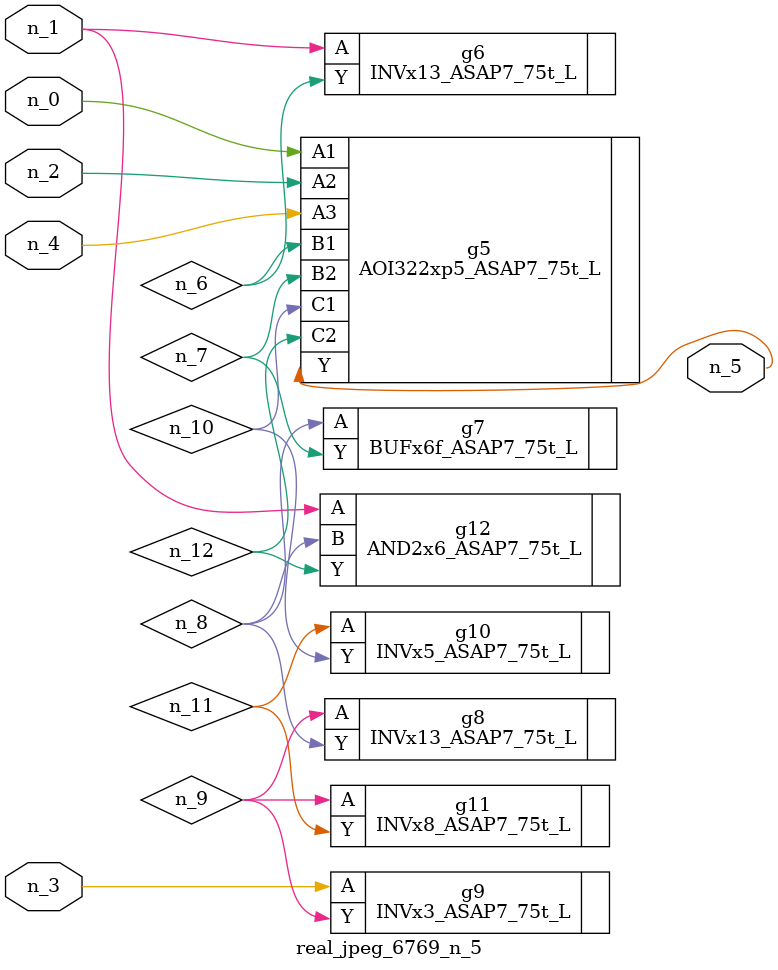
<source format=v>
module real_jpeg_6769_n_5 (n_4, n_0, n_1, n_2, n_3, n_5);

input n_4;
input n_0;
input n_1;
input n_2;
input n_3;

output n_5;

wire n_12;
wire n_8;
wire n_11;
wire n_6;
wire n_7;
wire n_10;
wire n_9;

AOI322xp5_ASAP7_75t_L g5 ( 
.A1(n_0),
.A2(n_2),
.A3(n_4),
.B1(n_6),
.B2(n_7),
.C1(n_10),
.C2(n_12),
.Y(n_5)
);

INVx13_ASAP7_75t_L g6 ( 
.A(n_1),
.Y(n_6)
);

AND2x6_ASAP7_75t_L g12 ( 
.A(n_1),
.B(n_8),
.Y(n_12)
);

INVx3_ASAP7_75t_L g9 ( 
.A(n_3),
.Y(n_9)
);

BUFx6f_ASAP7_75t_L g7 ( 
.A(n_8),
.Y(n_7)
);

INVx13_ASAP7_75t_L g8 ( 
.A(n_9),
.Y(n_8)
);

INVx8_ASAP7_75t_L g11 ( 
.A(n_9),
.Y(n_11)
);

INVx5_ASAP7_75t_L g10 ( 
.A(n_11),
.Y(n_10)
);


endmodule
</source>
